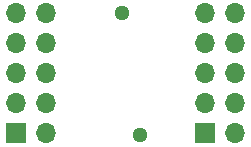
<source format=gbr>
%TF.GenerationSoftware,KiCad,Pcbnew,(5.99.0-2820-g96f4e8f6f)*%
%TF.CreationDate,2020-10-02T17:32:46+02:00*%
%TF.ProjectId,dbg_connect_cable,6462675f-636f-46e6-9e65-63745f636162,rev?*%
%TF.SameCoordinates,Original*%
%TF.FileFunction,Soldermask,Bot*%
%TF.FilePolarity,Negative*%
%FSLAX46Y46*%
G04 Gerber Fmt 4.6, Leading zero omitted, Abs format (unit mm)*
G04 Created by KiCad (PCBNEW (5.99.0-2820-g96f4e8f6f)) date 2020-10-02 17:32:46*
%MOMM*%
%LPD*%
G01*
G04 APERTURE LIST*
%ADD10C,1.290000*%
%ADD11R,1.700000X1.700000*%
%ADD12O,1.700000X1.700000*%
G04 APERTURE END LIST*
D10*
%TO.C,J3*%
X142000000Y-83800000D03*
X143500000Y-94100000D03*
%TD*%
D11*
%TO.C,J2*%
X149000000Y-94000000D03*
D12*
X151540000Y-94000000D03*
X149000000Y-91460000D03*
X151540000Y-91460000D03*
X149000000Y-88920000D03*
X151540000Y-88920000D03*
X149000000Y-86380000D03*
X151540000Y-86380000D03*
X149000000Y-83840000D03*
X151540000Y-83840000D03*
%TD*%
D11*
%TO.C,J1*%
X133000000Y-94000000D03*
D12*
X135540000Y-94000000D03*
X133000000Y-91460000D03*
X135540000Y-91460000D03*
X133000000Y-88920000D03*
X135540000Y-88920000D03*
X133000000Y-86380000D03*
X135540000Y-86380000D03*
X133000000Y-83840000D03*
X135540000Y-83840000D03*
%TD*%
M02*

</source>
